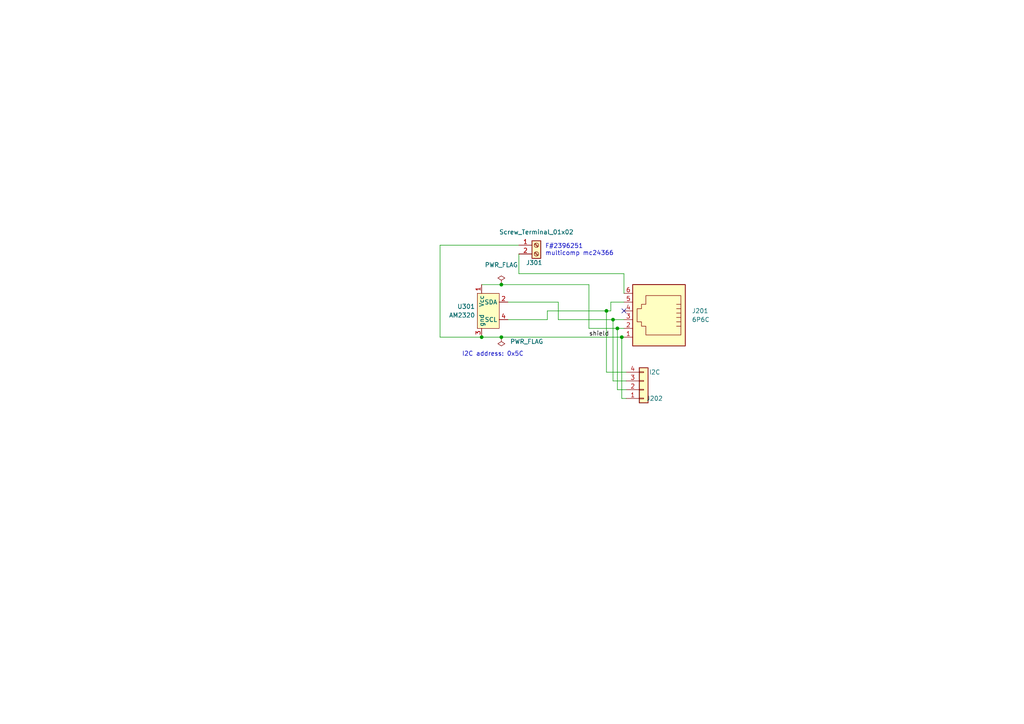
<source format=kicad_sch>
(kicad_sch (version 20211123) (generator eeschema)

  (uuid f90a448e-f923-4b2a-ba74-a987b0ac4ac0)

  (paper "A4")

  (title_block
    (title "Filament storage")
    (date "2024-04-28")
    (rev "1")
    (company "Lili's Proto Lab")
  )

  (lib_symbols
    (symbol "Connector:6P6C" (pin_names (offset 1.016)) (in_bom yes) (on_board yes)
      (property "Reference" "J" (id 0) (at -5.08 11.43 0)
        (effects (font (size 1.27 1.27)) (justify right))
      )
      (property "Value" "6P6C" (id 1) (at 2.54 11.43 0)
        (effects (font (size 1.27 1.27)) (justify left))
      )
      (property "Footprint" "" (id 2) (at 0 0.635 90)
        (effects (font (size 1.27 1.27)) hide)
      )
      (property "Datasheet" "~" (id 3) (at 0 0.635 90)
        (effects (font (size 1.27 1.27)) hide)
      )
      (property "ki_keywords" "6P6C RJ female connector" (id 4) (at 0 0 0)
        (effects (font (size 1.27 1.27)) hide)
      )
      (property "ki_description" "RJ connector, 6P6C (6 positions 6 connected), RJ12/RJ18/RJ25" (id 5) (at 0 0 0)
        (effects (font (size 1.27 1.27)) hide)
      )
      (property "ki_fp_filters" "6P6C* RJ12* RJ18* RJ25*" (id 6) (at 0 0 0)
        (effects (font (size 1.27 1.27)) hide)
      )
      (symbol "6P6C_0_1"
        (polyline
          (pts
            (xy -6.35 -1.905)
            (xy -5.08 -1.905)
            (xy -5.08 -1.905)
          )
          (stroke (width 0) (type default) (color 0 0 0 0))
          (fill (type none))
        )
        (polyline
          (pts
            (xy -6.35 -0.635)
            (xy -5.08 -0.635)
            (xy -5.08 -0.635)
          )
          (stroke (width 0) (type default) (color 0 0 0 0))
          (fill (type none))
        )
        (polyline
          (pts
            (xy -6.35 0.635)
            (xy -5.08 0.635)
            (xy -5.08 0.635)
          )
          (stroke (width 0) (type default) (color 0 0 0 0))
          (fill (type none))
        )
        (polyline
          (pts
            (xy -6.35 1.905)
            (xy -5.08 1.905)
            (xy -5.08 1.905)
          )
          (stroke (width 0) (type default) (color 0 0 0 0))
          (fill (type none))
        )
        (polyline
          (pts
            (xy -6.35 3.175)
            (xy -5.08 3.175)
            (xy -5.08 3.175)
          )
          (stroke (width 0) (type default) (color 0 0 0 0))
          (fill (type none))
        )
        (polyline
          (pts
            (xy -5.08 4.445)
            (xy -6.35 4.445)
            (xy -6.35 4.445)
          )
          (stroke (width 0) (type default) (color 0 0 0 0))
          (fill (type none))
        )
        (polyline
          (pts
            (xy -6.35 -4.445)
            (xy -6.35 6.985)
            (xy 3.81 6.985)
            (xy 3.81 4.445)
            (xy 5.08 4.445)
            (xy 5.08 3.175)
            (xy 6.35 3.175)
            (xy 6.35 -0.635)
            (xy 5.08 -0.635)
            (xy 5.08 -1.905)
            (xy 3.81 -1.905)
            (xy 3.81 -4.445)
            (xy -6.35 -4.445)
            (xy -6.35 -4.445)
          )
          (stroke (width 0) (type default) (color 0 0 0 0))
          (fill (type none))
        )
        (rectangle (start 7.62 10.16) (end -7.62 -7.62)
          (stroke (width 0.254) (type default) (color 0 0 0 0))
          (fill (type background))
        )
      )
      (symbol "6P6C_1_1"
        (pin passive line (at 10.16 -5.08 180) (length 2.54)
          (name "~" (effects (font (size 1.27 1.27))))
          (number "1" (effects (font (size 1.27 1.27))))
        )
        (pin passive line (at 10.16 -2.54 180) (length 2.54)
          (name "~" (effects (font (size 1.27 1.27))))
          (number "2" (effects (font (size 1.27 1.27))))
        )
        (pin passive line (at 10.16 0 180) (length 2.54)
          (name "~" (effects (font (size 1.27 1.27))))
          (number "3" (effects (font (size 1.27 1.27))))
        )
        (pin passive line (at 10.16 2.54 180) (length 2.54)
          (name "~" (effects (font (size 1.27 1.27))))
          (number "4" (effects (font (size 1.27 1.27))))
        )
        (pin passive line (at 10.16 5.08 180) (length 2.54)
          (name "~" (effects (font (size 1.27 1.27))))
          (number "5" (effects (font (size 1.27 1.27))))
        )
        (pin passive line (at 10.16 7.62 180) (length 2.54)
          (name "~" (effects (font (size 1.27 1.27))))
          (number "6" (effects (font (size 1.27 1.27))))
        )
      )
    )
    (symbol "Connector:Screw_Terminal_01x02" (pin_names (offset 1.016) hide) (in_bom yes) (on_board yes)
      (property "Reference" "J" (id 0) (at 0 2.54 0)
        (effects (font (size 1.27 1.27)))
      )
      (property "Value" "Screw_Terminal_01x02" (id 1) (at 0 -5.08 0)
        (effects (font (size 1.27 1.27)))
      )
      (property "Footprint" "" (id 2) (at 0 0 0)
        (effects (font (size 1.27 1.27)) hide)
      )
      (property "Datasheet" "~" (id 3) (at 0 0 0)
        (effects (font (size 1.27 1.27)) hide)
      )
      (property "ki_keywords" "screw terminal" (id 4) (at 0 0 0)
        (effects (font (size 1.27 1.27)) hide)
      )
      (property "ki_description" "Generic screw terminal, single row, 01x02, script generated (kicad-library-utils/schlib/autogen/connector/)" (id 5) (at 0 0 0)
        (effects (font (size 1.27 1.27)) hide)
      )
      (property "ki_fp_filters" "TerminalBlock*:*" (id 6) (at 0 0 0)
        (effects (font (size 1.27 1.27)) hide)
      )
      (symbol "Screw_Terminal_01x02_1_1"
        (rectangle (start -1.27 1.27) (end 1.27 -3.81)
          (stroke (width 0.254) (type default) (color 0 0 0 0))
          (fill (type background))
        )
        (circle (center 0 -2.54) (radius 0.635)
          (stroke (width 0.1524) (type default) (color 0 0 0 0))
          (fill (type none))
        )
        (polyline
          (pts
            (xy -0.5334 -2.2098)
            (xy 0.3302 -3.048)
          )
          (stroke (width 0.1524) (type default) (color 0 0 0 0))
          (fill (type none))
        )
        (polyline
          (pts
            (xy -0.5334 0.3302)
            (xy 0.3302 -0.508)
          )
          (stroke (width 0.1524) (type default) (color 0 0 0 0))
          (fill (type none))
        )
        (polyline
          (pts
            (xy -0.3556 -2.032)
            (xy 0.508 -2.8702)
          )
          (stroke (width 0.1524) (type default) (color 0 0 0 0))
          (fill (type none))
        )
        (polyline
          (pts
            (xy -0.3556 0.508)
            (xy 0.508 -0.3302)
          )
          (stroke (width 0.1524) (type default) (color 0 0 0 0))
          (fill (type none))
        )
        (circle (center 0 0) (radius 0.635)
          (stroke (width 0.1524) (type default) (color 0 0 0 0))
          (fill (type none))
        )
        (pin passive line (at -5.08 0 0) (length 3.81)
          (name "Pin_1" (effects (font (size 1.27 1.27))))
          (number "1" (effects (font (size 1.27 1.27))))
        )
        (pin passive line (at -5.08 -2.54 0) (length 3.81)
          (name "Pin_2" (effects (font (size 1.27 1.27))))
          (number "2" (effects (font (size 1.27 1.27))))
        )
      )
    )
    (symbol "Connector_Generic:Conn_01x04" (pin_names (offset 1.016) hide) (in_bom yes) (on_board yes)
      (property "Reference" "J" (id 0) (at 0 5.08 0)
        (effects (font (size 1.27 1.27)))
      )
      (property "Value" "Conn_01x04" (id 1) (at 0 -7.62 0)
        (effects (font (size 1.27 1.27)))
      )
      (property "Footprint" "" (id 2) (at 0 0 0)
        (effects (font (size 1.27 1.27)) hide)
      )
      (property "Datasheet" "~" (id 3) (at 0 0 0)
        (effects (font (size 1.27 1.27)) hide)
      )
      (property "ki_keywords" "connector" (id 4) (at 0 0 0)
        (effects (font (size 1.27 1.27)) hide)
      )
      (property "ki_description" "Generic connector, single row, 01x04, script generated (kicad-library-utils/schlib/autogen/connector/)" (id 5) (at 0 0 0)
        (effects (font (size 1.27 1.27)) hide)
      )
      (property "ki_fp_filters" "Connector*:*_1x??_*" (id 6) (at 0 0 0)
        (effects (font (size 1.27 1.27)) hide)
      )
      (symbol "Conn_01x04_1_1"
        (rectangle (start -1.27 -4.953) (end 0 -5.207)
          (stroke (width 0.1524) (type default) (color 0 0 0 0))
          (fill (type none))
        )
        (rectangle (start -1.27 -2.413) (end 0 -2.667)
          (stroke (width 0.1524) (type default) (color 0 0 0 0))
          (fill (type none))
        )
        (rectangle (start -1.27 0.127) (end 0 -0.127)
          (stroke (width 0.1524) (type default) (color 0 0 0 0))
          (fill (type none))
        )
        (rectangle (start -1.27 2.667) (end 0 2.413)
          (stroke (width 0.1524) (type default) (color 0 0 0 0))
          (fill (type none))
        )
        (rectangle (start -1.27 3.81) (end 1.27 -6.35)
          (stroke (width 0.254) (type default) (color 0 0 0 0))
          (fill (type background))
        )
        (pin passive line (at -5.08 2.54 0) (length 3.81)
          (name "Pin_1" (effects (font (size 1.27 1.27))))
          (number "1" (effects (font (size 1.27 1.27))))
        )
        (pin passive line (at -5.08 0 0) (length 3.81)
          (name "Pin_2" (effects (font (size 1.27 1.27))))
          (number "2" (effects (font (size 1.27 1.27))))
        )
        (pin passive line (at -5.08 -2.54 0) (length 3.81)
          (name "Pin_3" (effects (font (size 1.27 1.27))))
          (number "3" (effects (font (size 1.27 1.27))))
        )
        (pin passive line (at -5.08 -5.08 0) (length 3.81)
          (name "Pin_4" (effects (font (size 1.27 1.27))))
          (number "4" (effects (font (size 1.27 1.27))))
        )
      )
    )
    (symbol "NVH_Library:AM2320" (in_bom yes) (on_board yes)
      (property "Reference" "U" (id 0) (at -2.54 6.35 0)
        (effects (font (size 1.27 1.27)))
      )
      (property "Value" "AM2320" (id 1) (at -3.81 -6.35 0)
        (effects (font (size 1.27 1.27)))
      )
      (property "Footprint" "" (id 2) (at 0 0 0)
        (effects (font (size 1.27 1.27)) hide)
      )
      (property "Datasheet" "" (id 3) (at 0 0 0)
        (effects (font (size 1.27 1.27)) hide)
      )
      (symbol "AM2320_0_1"
        (rectangle (start -2.54 5.08) (end 3.81 -5.08)
          (stroke (width 0) (type default) (color 0 0 0 0))
          (fill (type background))
        )
      )
      (symbol "AM2320_1_1"
        (pin power_in line (at 2.54 7.62 270) (length 2.54)
          (name "Vcc" (effects (font (size 1.27 1.27))))
          (number "1" (effects (font (size 1.27 1.27))))
        )
        (pin bidirectional line (at -5.08 2.54 0) (length 2.54)
          (name "SDA" (effects (font (size 1.27 1.27))))
          (number "2" (effects (font (size 1.27 1.27))))
        )
        (pin power_in line (at 2.54 -7.62 90) (length 2.54)
          (name "gnd" (effects (font (size 1.27 1.27))))
          (number "3" (effects (font (size 1.27 1.27))))
        )
        (pin bidirectional line (at -5.08 -2.54 0) (length 2.54)
          (name "SCL" (effects (font (size 1.27 1.27))))
          (number "4" (effects (font (size 1.27 1.27))))
        )
      )
    )
    (symbol "power:PWR_FLAG" (power) (pin_numbers hide) (pin_names (offset 0) hide) (in_bom yes) (on_board yes)
      (property "Reference" "#FLG" (id 0) (at 0 1.905 0)
        (effects (font (size 1.27 1.27)) hide)
      )
      (property "Value" "PWR_FLAG" (id 1) (at 0 3.81 0)
        (effects (font (size 1.27 1.27)))
      )
      (property "Footprint" "" (id 2) (at 0 0 0)
        (effects (font (size 1.27 1.27)) hide)
      )
      (property "Datasheet" "~" (id 3) (at 0 0 0)
        (effects (font (size 1.27 1.27)) hide)
      )
      (property "ki_keywords" "power-flag" (id 4) (at 0 0 0)
        (effects (font (size 1.27 1.27)) hide)
      )
      (property "ki_description" "Special symbol for telling ERC where power comes from" (id 5) (at 0 0 0)
        (effects (font (size 1.27 1.27)) hide)
      )
      (symbol "PWR_FLAG_0_0"
        (pin power_out line (at 0 0 90) (length 0)
          (name "pwr" (effects (font (size 1.27 1.27))))
          (number "1" (effects (font (size 1.27 1.27))))
        )
      )
      (symbol "PWR_FLAG_0_1"
        (polyline
          (pts
            (xy 0 0)
            (xy 0 1.27)
            (xy -1.016 1.905)
            (xy 0 2.54)
            (xy 1.016 1.905)
            (xy 0 1.27)
          )
          (stroke (width 0) (type default) (color 0 0 0 0))
          (fill (type none))
        )
      )
    )
  )

  (junction (at 179.07 95.25) (diameter 0) (color 0 0 0 0)
    (uuid 1f86b149-b29d-48c4-b45b-8cc6124ee843)
  )
  (junction (at 145.415 82.55) (diameter 0) (color 0 0 0 0)
    (uuid 24d4d89b-03e3-43ec-809f-9aeb44e6b246)
  )
  (junction (at 175.895 90.17) (diameter 0) (color 0 0 0 0)
    (uuid 2c43b978-4e9a-41d7-9ac3-525643b84945)
  )
  (junction (at 180.34 97.79) (diameter 0) (color 0 0 0 0)
    (uuid 2f42927c-25f2-4a58-a986-e0634a5445b7)
  )
  (junction (at 145.415 97.79) (diameter 0) (color 0 0 0 0)
    (uuid 641bcd23-ea24-4a92-b89d-56994f15777b)
  )
  (junction (at 139.7 97.79) (diameter 0) (color 0 0 0 0)
    (uuid ab1a6e90-dd74-4560-b7d0-3ce088381892)
  )
  (junction (at 177.8 92.71) (diameter 0) (color 0 0 0 0)
    (uuid d5d91a7f-1001-4a21-a691-7c22c0ddab2e)
  )

  (no_connect (at 180.975 90.17) (uuid fcdea709-bc4a-4b6c-b8f9-fafe95cc6991))

  (wire (pts (xy 177.8 110.49) (xy 181.61 110.49))
    (stroke (width 0) (type default) (color 0 0 0 0))
    (uuid 03c62078-1c60-4f11-8dc7-79dc62b56ea0)
  )
  (wire (pts (xy 180.975 95.25) (xy 179.07 95.25))
    (stroke (width 0) (type default) (color 0 0 0 0))
    (uuid 0d7ba57b-49d8-4aa1-ad8f-2349edcd4a06)
  )
  (wire (pts (xy 180.34 97.79) (xy 180.34 115.57))
    (stroke (width 0) (type default) (color 0 0 0 0))
    (uuid 18438007-9cff-45fb-871c-4c48990cb040)
  )
  (wire (pts (xy 179.07 95.25) (xy 179.07 113.03))
    (stroke (width 0) (type default) (color 0 0 0 0))
    (uuid 2deab329-7343-4c26-b140-61944fe180d4)
  )
  (wire (pts (xy 158.75 90.17) (xy 175.895 90.17))
    (stroke (width 0) (type default) (color 0 0 0 0))
    (uuid 37763339-51d2-4914-bd9b-2a8aab28a65f)
  )
  (wire (pts (xy 139.7 97.79) (xy 127.635 97.79))
    (stroke (width 0) (type default) (color 0 0 0 0))
    (uuid 3d1c98fd-2f2c-4909-aa9a-91ac1ede27a2)
  )
  (wire (pts (xy 179.07 113.03) (xy 181.61 113.03))
    (stroke (width 0) (type default) (color 0 0 0 0))
    (uuid 42609554-c8a2-49f0-bc00-c3db884ce42b)
  )
  (wire (pts (xy 147.32 92.71) (xy 158.75 92.71))
    (stroke (width 0) (type default) (color 0 0 0 0))
    (uuid 595b2bd4-a718-4cd1-89dd-e30b6ea3e0b2)
  )
  (wire (pts (xy 177.8 92.71) (xy 177.8 110.49))
    (stroke (width 0) (type default) (color 0 0 0 0))
    (uuid 59f08291-e03a-407a-b001-bb277a549e93)
  )
  (wire (pts (xy 177.165 90.17) (xy 177.165 87.63))
    (stroke (width 0) (type default) (color 0 0 0 0))
    (uuid 69398994-aaf9-47e8-949c-9d0d1724b3ed)
  )
  (wire (pts (xy 175.895 90.17) (xy 175.895 107.95))
    (stroke (width 0) (type default) (color 0 0 0 0))
    (uuid 6cadeac2-e7b1-4852-b1a1-7042a5310bba)
  )
  (wire (pts (xy 139.7 82.55) (xy 145.415 82.55))
    (stroke (width 0) (type default) (color 0 0 0 0))
    (uuid 6d990cd6-e66f-4522-bcc6-d85b34169b3f)
  )
  (wire (pts (xy 175.895 90.17) (xy 177.165 90.17))
    (stroke (width 0) (type default) (color 0 0 0 0))
    (uuid 6da6fb53-e29b-46a3-a7b6-65ec83e848b0)
  )
  (wire (pts (xy 180.34 97.79) (xy 180.975 97.79))
    (stroke (width 0) (type default) (color 0 0 0 0))
    (uuid 6dd5bb6a-6293-410a-a193-8c35d2582f5d)
  )
  (wire (pts (xy 177.165 87.63) (xy 180.975 87.63))
    (stroke (width 0) (type default) (color 0 0 0 0))
    (uuid 70fac94f-4ed8-42a3-962b-a10eb9d9748c)
  )
  (wire (pts (xy 145.415 97.79) (xy 180.34 97.79))
    (stroke (width 0) (type default) (color 0 0 0 0))
    (uuid 84eadbe2-3eae-43ea-9181-ccc5e82cf88d)
  )
  (wire (pts (xy 180.975 79.375) (xy 180.975 85.09))
    (stroke (width 0) (type default) (color 0 0 0 0))
    (uuid 8d655ae0-6b6c-4495-8970-47e82265d954)
  )
  (wire (pts (xy 170.815 82.55) (xy 170.815 95.25))
    (stroke (width 0) (type default) (color 0 0 0 0))
    (uuid 96c6d201-f45c-4cef-bc34-d0e7ef55a99e)
  )
  (wire (pts (xy 180.34 115.57) (xy 181.61 115.57))
    (stroke (width 0) (type default) (color 0 0 0 0))
    (uuid 9781a2a6-f462-4c42-ad44-1dfcd2c86fca)
  )
  (wire (pts (xy 161.925 92.71) (xy 161.925 87.63))
    (stroke (width 0) (type default) (color 0 0 0 0))
    (uuid 978e0dbc-5537-4558-8ba0-38b2e8fb3837)
  )
  (wire (pts (xy 158.75 92.71) (xy 158.75 90.17))
    (stroke (width 0) (type default) (color 0 0 0 0))
    (uuid 98861d68-01e6-46c3-bd8a-df9959d76ad0)
  )
  (wire (pts (xy 161.925 87.63) (xy 147.32 87.63))
    (stroke (width 0) (type default) (color 0 0 0 0))
    (uuid 99df0894-3baf-44aa-9338-a96dc3250b1e)
  )
  (wire (pts (xy 150.495 73.66) (xy 150.495 79.375))
    (stroke (width 0) (type default) (color 0 0 0 0))
    (uuid 9b34a3ae-9203-4db5-b1c0-6efc5e0d0022)
  )
  (wire (pts (xy 150.495 79.375) (xy 180.975 79.375))
    (stroke (width 0) (type default) (color 0 0 0 0))
    (uuid a2b3bd57-db44-49f6-af1f-c0f4295c5d7c)
  )
  (wire (pts (xy 145.415 82.55) (xy 170.815 82.55))
    (stroke (width 0) (type default) (color 0 0 0 0))
    (uuid abeb130a-556b-40ce-998c-16f1feb4e850)
  )
  (wire (pts (xy 139.7 97.79) (xy 145.415 97.79))
    (stroke (width 0) (type default) (color 0 0 0 0))
    (uuid af770dee-54bf-45b9-8cdf-b64fe98cd731)
  )
  (wire (pts (xy 180.975 92.71) (xy 177.8 92.71))
    (stroke (width 0) (type default) (color 0 0 0 0))
    (uuid bf3009ff-0311-4c82-9cce-6c183bc8cb6a)
  )
  (wire (pts (xy 127.635 71.12) (xy 150.495 71.12))
    (stroke (width 0) (type default) (color 0 0 0 0))
    (uuid d7d7ead1-2fe9-4803-af21-74950a04dd64)
  )
  (wire (pts (xy 177.8 92.71) (xy 161.925 92.71))
    (stroke (width 0) (type default) (color 0 0 0 0))
    (uuid db4999b6-91d9-40a6-95ef-0816edddccd5)
  )
  (wire (pts (xy 175.895 107.95) (xy 181.61 107.95))
    (stroke (width 0) (type default) (color 0 0 0 0))
    (uuid dffb356e-487d-4593-9984-14980401ed0e)
  )
  (wire (pts (xy 127.635 97.79) (xy 127.635 71.12))
    (stroke (width 0) (type default) (color 0 0 0 0))
    (uuid fd8db300-2cba-404e-a81e-247dcbdc978b)
  )
  (wire (pts (xy 179.07 95.25) (xy 170.815 95.25))
    (stroke (width 0) (type default) (color 0 0 0 0))
    (uuid fe80ef94-c213-4c4f-ac11-0ce7371c8ac8)
  )

  (text "I2C address: 0x5C" (at 133.985 103.505 0)
    (effects (font (size 1.27 1.27)) (justify left bottom))
    (uuid cc1bec13-117f-480d-b617-61e9d251b8b8)
  )
  (text "F#2396251\nmulticomp mc24366" (at 158.115 74.295 0)
    (effects (font (size 1.27 1.27)) (justify left bottom))
    (uuid e28f7276-3520-461b-8e3b-89e2ae1eef7b)
  )

  (label "shield" (at 170.815 97.79 0)
    (effects (font (size 1.27 1.27)) (justify left bottom))
    (uuid 08491747-e5cf-4a69-b81f-8022a2fb7869)
  )

  (symbol (lib_id "NVH_Library:AM2320") (at 142.24 90.17 0) (mirror y) (unit 1)
    (in_bom yes) (on_board yes) (fields_autoplaced)
    (uuid 0a9115d4-75a9-4b40-aab9-96d33d575780)
    (property "Reference" "U301" (id 0) (at 137.795 88.8999 0)
      (effects (font (size 1.27 1.27)) (justify left))
    )
    (property "Value" "AM2320" (id 1) (at 137.795 91.4399 0)
      (effects (font (size 1.27 1.27)) (justify left))
    )
    (property "Footprint" "NVH_Library:AM2320_horizontal" (id 2) (at 142.24 90.17 0)
      (effects (font (size 1.27 1.27)) hide)
    )
    (property "Datasheet" "" (id 3) (at 142.24 90.17 0)
      (effects (font (size 1.27 1.27)) hide)
    )
    (pin "1" (uuid 3dd67abf-ffa4-46e9-94bd-184090f9c585))
    (pin "2" (uuid eb5e76f1-853e-47f5-b9b2-cd0c75340700))
    (pin "3" (uuid a9db6096-b0ea-438f-832b-1a4579203ca9))
    (pin "4" (uuid 7c652853-9547-4cd1-a5a6-06b6bb2c9e8d))
  )

  (symbol (lib_id "power:PWR_FLAG") (at 145.415 82.55 0) (unit 1)
    (in_bom yes) (on_board yes) (fields_autoplaced)
    (uuid 39c8e270-a7ee-4f32-bcf3-c23bb592f7a8)
    (property "Reference" "#FLG0302" (id 0) (at 145.415 80.645 0)
      (effects (font (size 1.27 1.27)) hide)
    )
    (property "Value" "PWR_FLAG" (id 1) (at 145.415 76.835 0))
    (property "Footprint" "" (id 2) (at 145.415 82.55 0)
      (effects (font (size 1.27 1.27)) hide)
    )
    (property "Datasheet" "~" (id 3) (at 145.415 82.55 0)
      (effects (font (size 1.27 1.27)) hide)
    )
    (pin "1" (uuid d05691c5-a282-45ac-8b98-a97aea9781b5))
  )

  (symbol (lib_id "Connector_Generic:Conn_01x04") (at 186.69 113.03 0) (mirror x) (unit 1)
    (in_bom yes) (on_board yes)
    (uuid 5d7eff6b-9b31-4ceb-9fac-a4f111df5ea2)
    (property "Reference" "J202" (id 0) (at 189.865 115.57 0))
    (property "Value" "I2C" (id 1) (at 189.865 107.95 0))
    (property "Footprint" "NVH_Library:grove_4p_vert" (id 2) (at 186.69 113.03 0)
      (effects (font (size 1.27 1.27)) hide)
    )
    (property "Datasheet" "~" (id 3) (at 186.69 113.03 0)
      (effects (font (size 1.27 1.27)) hide)
    )
    (pin "1" (uuid 1cc28293-b2e0-4a6a-b93d-217c70be3c43))
    (pin "2" (uuid 2251efa1-3d69-4a98-bc91-05ae8ca0c827))
    (pin "3" (uuid 3223d3ea-a327-442f-b039-488a1561ec07))
    (pin "4" (uuid 5b4c5d69-978a-40a4-9943-b86b0f9d0f38))
  )

  (symbol (lib_id "power:PWR_FLAG") (at 145.415 97.79 180) (unit 1)
    (in_bom yes) (on_board yes) (fields_autoplaced)
    (uuid 989765c1-0100-431b-a633-b486814e5f4a)
    (property "Reference" "#FLG0201" (id 0) (at 145.415 99.695 0)
      (effects (font (size 1.27 1.27)) hide)
    )
    (property "Value" "PWR_FLAG" (id 1) (at 147.955 99.0599 0)
      (effects (font (size 1.27 1.27)) (justify right))
    )
    (property "Footprint" "" (id 2) (at 145.415 97.79 0)
      (effects (font (size 1.27 1.27)) hide)
    )
    (property "Datasheet" "~" (id 3) (at 145.415 97.79 0)
      (effects (font (size 1.27 1.27)) hide)
    )
    (pin "1" (uuid 6c1b1229-85c9-4307-8775-f260706872f7))
  )

  (symbol (lib_id "Connector:Screw_Terminal_01x02") (at 155.575 71.12 0) (unit 1)
    (in_bom yes) (on_board yes)
    (uuid a6f9de65-dcf5-4e68-b41f-989c05d81af2)
    (property "Reference" "J301" (id 0) (at 154.94 76.2 0))
    (property "Value" "Screw_Terminal_01x02" (id 1) (at 155.575 67.31 0))
    (property "Footprint" "TerminalBlock_RND:TerminalBlock_RND_205-00287_1x02_P5.08mm_Horizontal" (id 2) (at 155.575 71.12 0)
      (effects (font (size 1.27 1.27)) hide)
    )
    (property "Datasheet" "~" (id 3) (at 155.575 71.12 0)
      (effects (font (size 1.27 1.27)) hide)
    )
    (pin "1" (uuid fc8169a7-b0e1-4b5b-973f-46f6d5bb16ca))
    (pin "2" (uuid 44f375f4-91f2-42a8-9530-1f757ae97290))
  )

  (symbol (lib_id "Connector:6P6C") (at 191.135 92.71 0) (mirror y) (unit 1)
    (in_bom yes) (on_board yes) (fields_autoplaced)
    (uuid e33b86ff-fd2d-49b0-871e-ccf0e6eb294f)
    (property "Reference" "J201" (id 0) (at 200.66 90.1699 0)
      (effects (font (size 1.27 1.27)) (justify right))
    )
    (property "Value" "6P6C" (id 1) (at 200.66 92.7099 0)
      (effects (font (size 1.27 1.27)) (justify right))
    )
    (property "Footprint" "Connector_RJ:RJ12_Amphenol_54601" (id 2) (at 191.135 92.075 90)
      (effects (font (size 1.27 1.27)) hide)
    )
    (property "Datasheet" "~" (id 3) (at 191.135 92.075 90)
      (effects (font (size 1.27 1.27)) hide)
    )
    (pin "1" (uuid 2063b747-7dcb-4d60-bf70-1f708fb0bc11))
    (pin "2" (uuid c2d9b0b0-c954-4d39-a7e3-8a552d081b2a))
    (pin "3" (uuid e98dd57b-3ae3-435f-abed-4877b2841b7d))
    (pin "4" (uuid 91edcb51-79ee-4e2a-a730-69d490110fd2))
    (pin "5" (uuid 51578c59-f8c7-4b11-99eb-b31eb10cce9e))
    (pin "6" (uuid 9ff90bac-4efe-4860-9069-8627ea3aac9a))
  )
)

</source>
